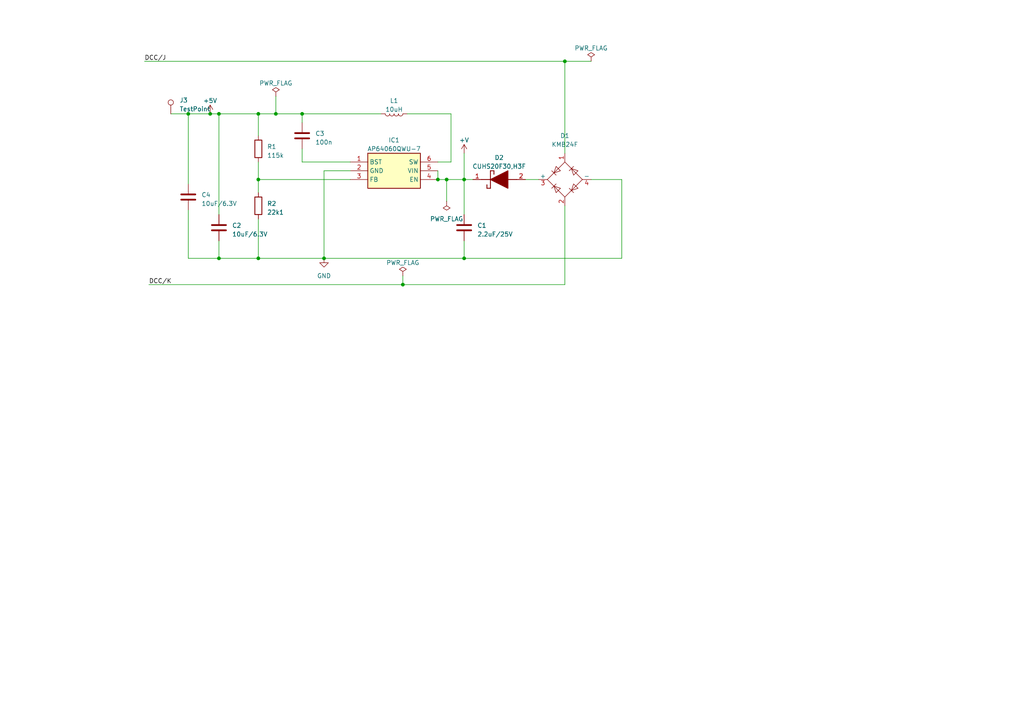
<source format=kicad_sch>
(kicad_sch (version 20230121) (generator eeschema)
  (paper "A4")
  (title_block (title "DC powerfrom DCC") (date "2024-12-01") (rev ".1"))
  (lib_symbols
    (symbol "AP64060QWU-7:AP64060QWU-7"
      (property "Reference" "IC" (at 21.59 7.62 0))
      (property "Value" "AP64060QWU-7" (at 21.59 5.08 0))
      (symbol "AP64060QWU-7_1_1"
        (rectangle (start 5.08 2.54) (end 20.32 -7.62) (stroke (width 0.254)) (fill (type background)))
        (pin passive line (at 0 0 0) (length 5.08) (name "BST") (number "1"))
        (pin passive line (at 0 -2.54 0) (length 5.08) (name "GND") (number "2"))
        (pin passive line (at 0 -5.08 0) (length 5.08) (name "FB") (number "3"))
        (pin passive line (at 25.4 -5.08 180) (length 5.08) (name "EN") (number "4"))
        (pin passive line (at 25.4 -2.54 180) (length 5.08) (name "VIN") (number "5"))
        (pin passive line (at 25.4 0 180) (length 5.08) (name "SW") (number "6"))
      )
    )
    (symbol "Additional:+V" (power) (pin_names (offset 0))
      (property "Value" "+V" (at 0 3.556 0))
      (symbol "+V_0_1"
        (polyline (pts (xy -0.762 1.27) (xy 0 2.54)))
        (polyline (pts (xy 0 0) (xy 0 2.54)))
        (polyline (pts (xy 0 2.54) (xy 0.762 1.27)))
      )
      (symbol "+V_1_1"
        (pin power_in line (at 0 0 90) (length 0) hide (name "+V") (number "1"))
      )
    )
    (symbol "Additional:KMB24F" (pin_names (offset 0))
      (property "Reference" "D" (at 2.54 6.985 0))
      (property "Value" "KMB24F" (at 2.54 5.08 0))
      (symbol "KMB24F_0_1"
        (polyline (pts (xy -2.54 3.81) (xy -1.27 2.54)))
        (polyline (pts (xy -1.27 -2.54) (xy -2.54 -3.81)))
        (polyline (pts (xy 2.54 -1.27) (xy 3.81 -2.54)))
        (polyline (pts (xy 2.54 1.27) (xy 3.81 2.54)))
        (polyline (pts (xy -3.81 2.54) (xy -2.54 1.27) (xy -1.905 3.175) (xy -3.81 2.54)))
        (polyline (pts (xy -2.54 -1.27) (xy -3.81 -2.54) (xy -1.905 -3.175) (xy -2.54 -1.27)))
        (polyline (pts (xy 1.27 2.54) (xy 2.54 3.81) (xy 3.175 1.905) (xy 1.27 2.54)))
        (polyline (pts (xy 3.175 -1.905) (xy 1.27 -2.54) (xy 2.54 -3.81) (xy 3.175 -1.905)))
        (polyline (pts (xy -5.08 0) (xy 0 -5.08) (xy 5.08 0) (xy 0 5.08) (xy -5.08 0)))
      )
      (symbol "KMB24F_1_1"
        (pin power_in line (at 0 -7.62 90) (length 2.54) (name "~") (number "1"))
        (pin power_in line (at 0 7.62 270) (length 2.54) (name "~") (number "2"))
        (pin power_out line (at 7.62 0 180) (length 2.54) (name "+") (number "3"))
        (pin power_out line (at -7.62 0 0) (length 2.54) (name "-") (number "4"))
      )
    )
    (symbol "CUHS20F30:CUHS20F30,H3F" (pin_names hide)
      (property "Reference" "D" (at 12.7 8.89 0))
      (property "Value" "CUHS20F30,H3F" (at 12.7 6.35 0))
      (symbol "CUHS20F30,H3F_1_1"
        (polyline (pts (xy 5.08 0) (xy 7.62 0)) (stroke (width 0.254)))
        (polyline (pts (xy 6.604 -1.524) (xy 6.604 -2.54)) (stroke (width 0.254)))
        (polyline (pts (xy 7.62 -2.54) (xy 6.604 -2.54)) (stroke (width 0.254)))
        (polyline (pts (xy 7.62 2.54) (xy 7.62 -2.54)) (stroke (width 0.254)))
        (polyline (pts (xy 7.62 2.54) (xy 8.636 2.54)) (stroke (width 0.254)))
        (polyline (pts (xy 8.636 1.524) (xy 8.636 2.54)) (stroke (width 0.254)))
        (polyline (pts (xy 12.7 0) (xy 15.24 0)) (stroke (width 0.254)))
        (polyline (pts (xy 7.62 0) (xy 12.7 2.54) (xy 12.7 -2.54) (xy 7.62 0)) (stroke (width 0.254)) (fill (type outline)))
        (pin passive line (at 2.54 0 0) (length 2.54) (name "K") (number "1"))
        (pin passive line (at 17.78 0 180) (length 2.54) (name "A") (number "2"))
      )
    )
    (symbol "Connector:TestPoint" (pin_numbers hide) (pin_names (offset 0.762) hide)
      (property "Reference" "TP" (at 0 6.858 0))
      (property "Value" "TestPoint" (at 0 5.08 0))
      (symbol "TestPoint_0_1"
        (circle (center 0 3.302) (radius 0.762))
      )
      (symbol "TestPoint_1_1"
        (pin passive line (at 0 0 90) (length 2.54) (name "1") (number "1"))
      )
    )
    (symbol "Device:C" (pin_numbers hide) (pin_names (offset 0.254))
      (property "Reference" "C" (at 0.635 2.54 0))
      (property "Value" "C" (at 0.635 -2.54 0))
      (symbol "C_0_1"
        (polyline (pts (xy -2.032 -0.762) (xy 2.032 -0.762)) (stroke (width 0.508)))
        (polyline (pts (xy -2.032 0.762) (xy 2.032 0.762)) (stroke (width 0.508)))
      )
      (symbol "C_1_1"
        (pin passive line (at 0 3.81 270) (length 2.794) (name "~") (number "1"))
        (pin passive line (at 0 -3.81 90) (length 2.794) (name "~") (number "2"))
      )
    )
    (symbol "Device:L" (pin_numbers hide) (pin_names (offset 1.016) hide)
      (property "Reference" "L" (at -1.27 0 90))
      (property "Value" "L" (at 1.905 0 90))
      (symbol "L_0_1"
        (arc (start 0 -2.54) (mid 0.6323 -1.905) (end 0 -1.27))
        (arc (start 0 -1.27) (mid 0.6323 -0.635) (end 0 0))
        (arc (start 0 0) (mid 0.6323 0.635) (end 0 1.27))
        (arc (start 0 1.27) (mid 0.6323 1.905) (end 0 2.54))
      )
      (symbol "L_1_1"
        (pin passive line (at 0 3.81 270) (length 1.27) (name "1") (number "1"))
        (pin passive line (at 0 -3.81 90) (length 1.27) (name "2") (number "2"))
      )
    )
    (symbol "Device:R" (pin_numbers hide) (pin_names (offset 0))
      (property "Reference" "R" (at 2.032 0 90))
      (property "Value" "R" (at 0 0 90))
      (symbol "R_0_1"
        (rectangle (start -1.016 -2.54) (end 1.016 2.54) (stroke (width 0.254)))
      )
      (symbol "R_1_1"
        (pin passive line (at 0 3.81 270) (length 1.27) (name "~") (number "1"))
        (pin passive line (at 0 -3.81 90) (length 1.27) (name "~") (number "2"))
      )
    )
    (symbol "power:+5V" (power) (pin_names (offset 0))
      (property "Value" "+5V" (at 0 3.556 0))
      (symbol "+5V_0_1"
        (polyline (pts (xy -0.762 1.27) (xy 0 2.54)))
        (polyline (pts (xy 0 0) (xy 0 2.54)))
        (polyline (pts (xy 0 2.54) (xy 0.762 1.27)))
      )
      (symbol "+5V_1_1"
        (pin power_in line (at 0 0 90) (length 0) hide (name "+5V") (number "1"))
      )
    )
    (symbol "power:GND" (power) (pin_names (offset 0))
      (property "Value" "GND" (at 0 -3.81 0))
      (symbol "GND_0_1"
        (polyline (pts (xy 0 0) (xy 0 -1.27) (xy 1.27 -1.27) (xy 0 -2.54) (xy -1.27 -1.27) (xy 0 -1.27)))
      )
      (symbol "GND_1_1"
        (pin power_in line (at 0 0 270) (length 0) hide (name "GND") (number "1"))
      )
    )
    (symbol "power:PWR_FLAG" (power) (pin_numbers hide) (pin_names (offset 0) hide)
      (property "Value" "PWR_FLAG" (at 0 3.81 0))
      (symbol "PWR_FLAG_0_0"
        (pin power_out line (at 0 0 90) (length 0) (name "pwr") (number "1"))
      )
      (symbol "PWR_FLAG_0_1"
        (polyline (pts (xy 0 0) (xy 0 1.27) (xy -1.016 1.905) (xy 0 2.54) (xy 1.016 1.905) (xy 0 1.27)))
      )
    )
  )
  (junction (at 63.5 33.02))
  (junction (at 163.83 17.78))
  (junction (at 87.63 33.02))
  (junction (at 134.62 74.93))
  (junction (at 74.93 33.02))
  (junction (at 63.5 74.93))
  (junction (at 80.01 33.02))
  (junction (at 129.54 52.07))
  (junction (at 60.96 33.02))
  (junction (at 116.84 82.55))
  (junction (at 74.93 52.07))
  (junction (at 127 52.07))
  (junction (at 54.61 33.02))
  (junction (at 134.62 52.07))
  (junction (at 74.93 74.93))
  (junction (at 93.98 74.93))
  (wire (pts (xy 180.34 74.93) (xy 180.34 52.07)))
  (wire (pts (xy 93.98 49.53) (xy 93.98 74.93)))
  (wire (pts (xy 80.01 33.02) (xy 87.63 33.02)))
  (wire (pts (xy 63.5 33.02) (xy 74.93 33.02)))
  (wire (pts (xy 63.5 33.02) (xy 63.5 62.23)))
  (wire (pts (xy 163.83 82.55) (xy 163.83 59.69)))
  (wire (pts (xy 63.5 69.85) (xy 63.5 74.93)))
  (wire (pts (xy 74.93 63.5) (xy 74.93 74.93)))
  (wire (pts (xy 163.83 17.78) (xy 163.83 44.45)))
  (wire (pts (xy 118.11 33.02) (xy 130.81 33.02)))
  (wire (pts (xy 180.34 52.07) (xy 171.45 52.07)))
  (wire (pts (xy 134.62 52.07) (xy 137.16 52.07)))
  (wire (pts (xy 163.83 17.78) (xy 171.45 17.78)))
  (wire (pts (xy 80.01 27.94) (xy 80.01 33.02)))
  (wire (pts (xy 127 49.53) (xy 127 52.07)))
  (wire (pts (xy 127 52.07) (xy 129.54 52.07)))
  (wire (pts (xy 130.81 33.02) (xy 130.81 46.99)))
  (wire (pts (xy 87.63 43.18) (xy 87.63 46.99)))
  (wire (pts (xy 152.4 52.07) (xy 156.21 52.07)))
  (wire (pts (xy 116.84 82.55) (xy 163.83 82.55)))
  (wire (pts (xy 134.62 52.07) (xy 134.62 62.23)))
  (wire (pts (xy 101.6 52.07) (xy 74.93 52.07)))
  (wire (pts (xy 129.54 52.07) (xy 134.62 52.07)))
  (wire (pts (xy 54.61 33.02) (xy 60.96 33.02)))
  (wire (pts (xy 116.84 80.01) (xy 116.84 82.55)))
  (wire (pts (xy 43.18 82.55) (xy 116.84 82.55)))
  (wire (pts (xy 87.63 33.02) (xy 110.49 33.02)))
  (wire (pts (xy 60.96 33.02) (xy 63.5 33.02)))
  (wire (pts (xy 54.61 60.96) (xy 54.61 74.93)))
  (wire (pts (xy 74.93 33.02) (xy 80.01 33.02)))
  (wire (pts (xy 87.63 33.02) (xy 87.63 35.56)))
  (wire (pts (xy 129.54 52.07) (xy 129.54 58.42)))
  (wire (pts (xy 54.61 74.93) (xy 63.5 74.93)))
  (wire (pts (xy 134.62 74.93) (xy 180.34 74.93)))
  (wire (pts (xy 54.61 33.02) (xy 54.61 53.34)))
  (wire (pts (xy 87.63 46.99) (xy 101.6 46.99)))
  (wire (pts (xy 74.93 33.02) (xy 74.93 39.37)))
  (wire (pts (xy 74.93 52.07) (xy 74.93 55.88)))
  (wire (pts (xy 134.62 69.85) (xy 134.62 74.93)))
  (wire (pts (xy 134.62 44.45) (xy 134.62 52.07)))
  (wire (pts (xy 74.93 74.93) (xy 93.98 74.93)))
  (wire (pts (xy 130.81 46.99) (xy 127 46.99)))
  (wire (pts (xy 49.53 33.02) (xy 54.61 33.02)))
  (wire (pts (xy 101.6 49.53) (xy 93.98 49.53)))
  (wire (pts (xy 63.5 74.93) (xy 74.93 74.93)))
  (wire (pts (xy 134.62 74.93) (xy 93.98 74.93)))
  (wire (pts (xy 41.91 17.78) (xy 163.83 17.78)))
  (wire (pts (xy 74.93 46.99) (xy 74.93 52.07)))
  (label "DCC{slash}K" (at 43.18 82.55 0))
  (label "DCC{slash}J" (at 41.91 17.78 0))
  (symbol (lib_id "power:+5V") (at 60.96 33.02 0) (unit 1)
    (property "Reference" "#PWR01" (effects hide))
    (property "Value" "+5V" (at 60.96 29.21 0))
  )
  (symbol (lib_id "Device:C") (at 87.63 39.37 0) (unit 1)
    (property "Reference" "C3" (at 91.44 38.735 0) (effects (justify left)))
    (property "Value" "100n" (at 91.44 41.275 0) (effects (justify left)))
  )
  (symbol (lib_id "Device:R") (at 74.93 59.69 0) (unit 1)
    (property "Reference" "R2" (at 77.47 59.055 0) (effects (justify left)))
    (property "Value" "22k1" (at 77.47 61.595 0) (effects (justify left)))
  )
  (symbol (lib_id "Additional:KMB24F") (at 163.83 52.07 180) (unit 1)
    (property "Reference" "D1" (at 163.83 39.37 0))
    (property "Value" "KMB24F" (at 163.83 41.91 0))
    (property "Footprint" "Package_TO_SOT_SMD:TO-269AA" (effects hide))
    (property "Datasheet" "https://datasheet.lcsc.com/lcsc/2010151636_FUXINSEMI-KMB24F_C880910.pdf" (effects hide))
    (property "Comment" "TO-269AA = MBS" (effects hide))
  )
  (symbol (lib_id "power:PWR_FLAG") (at 129.54 58.42 180) (unit 1)
    (property "Reference" "#FLG04" (effects hide))
    (property "Value" "PWR_FLAG" (at 129.54 63.5 0))
  )
  (symbol (lib_id "Device:C") (at 54.61 57.15 0) (unit 1)
    (property "Reference" "C4" (at 58.42 56.515 0) (effects (justify left)))
    (property "Value" "10uF/6.3V" (at 58.42 59.055 0) (effects (justify left)))
  )
  (symbol (lib_id "power:PWR_FLAG") (at 171.45 17.78 0) (unit 1)
    (property "Reference" "#FLG01" (effects hide))
    (property "Value" "PWR_FLAG" (at 171.45 13.97 0))
  )
  (symbol (lib_id "AP64060QWU-7:AP64060QWU-7") (at 101.6 46.99 0) (unit 1)
    (property "Reference" "IC1" (at 114.3 40.64 0))
    (property "Value" "AP64060QWU-7" (at 114.3 43.18 0))
    (property "Footprint" "SOT95P280X100-6N" (effects hide))
    (property "Datasheet" "https://www.diodes.com//assets/Datasheets/AP64060.pdf" (effects hide))
    (property "Height" "1" (effects hide))
    (property "Mouser Part Number" "621-AP64060QWU-7" (effects hide))
    (property "Mouser Price/Stock" "https://www.mouser.co.uk/ProductDetail/Diodes-Incorporated/AP64060QWU-7?qs=Li%252BoUPsLEnvtPycFvZmEcQ%3D%3D" (effects hide))
    (property "Manufacturer_Name" "Diodes Incorporated" (effects hide))
    (property "Manufacturer_Part_Number" "AP64060QWU-7" (effects hide))
  )
  (symbol (lib_id "power:PWR_FLAG") (at 80.01 27.94 0) (unit 1)
    (property "Reference" "#FLG03" (effects hide))
    (property "Value" "PWR_FLAG" (at 80.01 24.13 0))
  )
  (symbol (lib_id "Device:C") (at 134.62 66.04 0) (unit 1)
    (property "Reference" "C1" (at 138.43 65.405 0) (effects (justify left)))
    (property "Value" "2.2uF/25V" (at 138.43 67.945 0) (effects (justify left)))
  )
  (symbol (lib_id "Additional:+V") (at 134.62 44.45 0) (unit 1)
    (property "Reference" "#PWR03" (effects hide))
    (property "Value" "+V" (at 134.62 40.64 0))
  )
  (symbol (lib_id "Device:L") (at 114.3 33.02 270) (unit 1)
    (property "Reference" "L1" (at 114.3 29.21 90))
    (property "Value" "10uH" (at 114.3 31.75 90))
  )
  (symbol (lib_id "power:GND") (at 93.98 74.93 0) (unit 1)
    (property "Reference" "#PWR02" (effects hide))
    (property "Value" "GND" (at 93.98 80.01 0))
  )
  (symbol (lib_id "Device:R") (at 74.93 43.18 0) (unit 1)
    (property "Reference" "R1" (at 77.47 42.545 0) (effects (justify left)))
    (property "Value" "115k" (at 77.47 45.085 0) (effects (justify left)))
  )
  (symbol (lib_id "Device:C") (at 63.5 66.04 0) (unit 1)
    (property "Reference" "C2" (at 67.31 65.405 0) (effects (justify left)))
    (property "Value" "10uF/6.3V" (at 67.31 67.945 0) (effects (justify left)))
  )
  (symbol (lib_id "CUHS20F30:CUHS20F30,H3F") (at 134.62 52.07 0) (unit 1)
    (property "Reference" "D2" (at 144.78 45.72 0))
    (property "Value" "CUHS20F30,H3F" (at 144.78 48.26 0))
    (property "Footprint" "CUHS20F30H3F" (effects hide))
    (property "Datasheet" "https://toshiba.semicon-storage.com/info/docget.jsp?did=63604&prodName=CUHS20F30" (effects hide))
    (property "Height" "0.68" (effects hide))
    (property "Mouser Part Number" "757-CUHS20F30H3F" (effects hide))
    (property "Mouser Price/Stock" "https://www.mouser.co.uk/ProductDetail/Toshiba/CUHS20F30H3F?qs=PqoDHHvF6497%2FIoWy79A3w%3D%3D" (effects hide))
    (property "Manufacturer_Name" "Toshiba" (effects hide))
    (property "Manufacturer_Part_Number" "CUHS20F30,H3F" (effects hide))
  )
  (symbol (lib_id "Connector:TestPoint") (at 49.53 33.02 0) (unit 1)
    (property "Reference" "J3" (at 52.07 29.083 0) (effects (justify left)))
    (property "Value" "TestPoint" (at 52.07 31.623 0) (effects (justify left)))
  )
  (symbol (lib_id "power:PWR_FLAG") (at 116.84 80.01 0) (unit 1)
    (property "Reference" "#FLG02" (effects hide))
    (property "Value" "PWR_FLAG" (at 116.84 76.2 0))
  )
)
</source>
